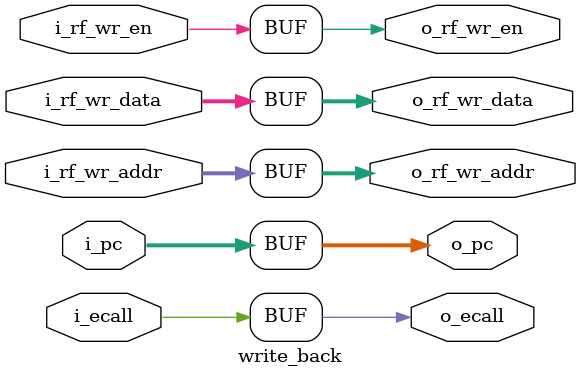
<source format=sv>
/*
MIT License

Copyright (c) 2023

Permission is hereby granted, free of charge, to any person obtaining a copy
of this software and associated documentation files (the "Software"), to deal
in the Software without restriction, including without limitation the rights
to use, copy, modify, merge, publish, distribute, sublicense, and/or sell
copies of the Software, and to permit persons to whom the Software is
furnished to do so, subject to the following conditions:

The above copyright notice and this permission notice shall be included in all
copies or substantial portions of the Software.

THE SOFTWARE IS PROVIDED "AS IS", WITHOUT WARRANTY OF ANY KIND, EXPRESS OR
IMPLIED, INCLUDING BUT NOT LIMITED TO THE WARRANTIES OF MERCHANTABILITY,
FITNESS FOR A PARTICULAR PURPOSE AND NONINFRINGEMENT. IN NO EVENT SHALL THE
AUTHORS OR COPYRIGHT HOLDERS BE LIABLE FOR ANY CLAIM, DAMAGES OR OTHER
LIABILITY, WHETHER IN AN ACTION OF CONTRACT, TORT OR OTHERWISE, ARISING FROM,
OUT OF OR IN CONNECTION WITH THE SOFTWARE OR THE USE OR OTHER DEALINGS IN THE
SOFTWARE.
*/

module write_back #(parameter DATA_WIDTH = 32, REG_NUM = 32, ADDRESS_WIDTH = 32)(

input i_rf_wr_en,
input [$clog2(REG_NUM)-1 : 0] i_rf_wr_addr,
input [DATA_WIDTH-1 : 0] i_rf_wr_data,
input [ADDRESS_WIDTH-1 : 0] i_pc,
output o_rf_wr_en,
output [$clog2(REG_NUM)-1 : 0] o_rf_wr_addr,
output [DATA_WIDTH-1 : 0] o_rf_wr_data,
output [ADDRESS_WIDTH-1 : 0] o_pc,

//Ecall
input i_ecall,
output o_ecall
);


assign o_rf_wr_en = i_rf_wr_en;
assign o_rf_wr_addr = i_rf_wr_addr;
assign o_rf_wr_data = i_rf_wr_data;
assign o_ecall = i_ecall;
assign o_pc = i_pc;

endmodule

</source>
